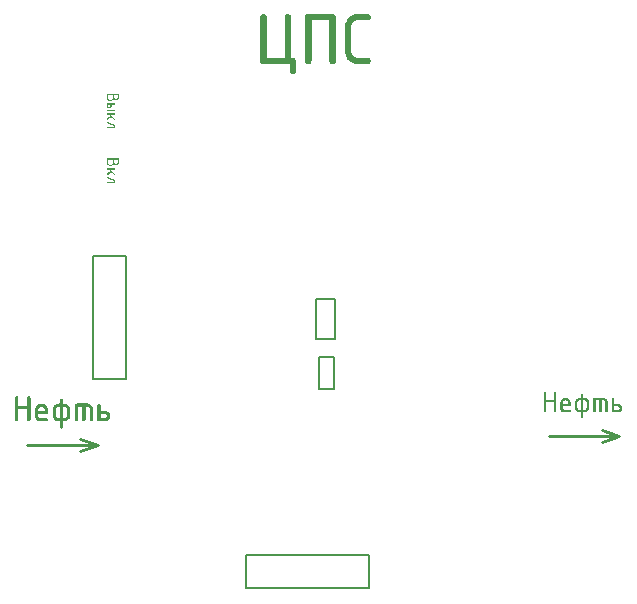
<source format=gto>
G04 Layer_Color=65535*
%FSLAX44Y44*%
%MOMM*%
G71*
G01*
G75*
%ADD21C,0.2540*%
%ADD22C,0.2000*%
G36*
X112003Y468165D02*
X112101Y468126D01*
X112179Y468048D01*
X112276Y467970D01*
X112335Y467834D01*
X112354Y467658D01*
Y467639D01*
Y467580D01*
X112335Y467483D01*
X112296Y467385D01*
X112218Y467307D01*
X112140Y467210D01*
X112003Y467151D01*
X111827Y467131D01*
X108902D01*
X112198Y463835D01*
X112218Y463815D01*
X112276Y463737D01*
X112335Y463620D01*
X112354Y463464D01*
Y463445D01*
Y463386D01*
X112335Y463288D01*
X112296Y463191D01*
X112218Y463113D01*
X112140Y463015D01*
X112003Y462957D01*
X111827Y462937D01*
X111789D01*
X111711Y462957D01*
X111574Y462996D01*
X111457Y463093D01*
X109136Y465395D01*
X105819Y463035D01*
X105800Y463015D01*
X105722Y462976D01*
X105624Y462957D01*
X105507Y462937D01*
X105429D01*
X105351Y462957D01*
X105254Y462996D01*
X105156Y463074D01*
X105078Y463152D01*
X105020Y463288D01*
X105000Y463464D01*
Y463484D01*
Y463503D01*
X105020Y463620D01*
X105098Y463757D01*
X105137Y463835D01*
X105215Y463893D01*
X108375Y466156D01*
X107399Y467131D01*
X105429D01*
X105351Y467151D01*
X105254Y467190D01*
X105156Y467268D01*
X105078Y467346D01*
X105020Y467483D01*
X105000Y467658D01*
Y467678D01*
Y467736D01*
X105020Y467834D01*
X105058Y467912D01*
X105117Y468009D01*
X105215Y468107D01*
X105332Y468165D01*
X105507Y468185D01*
X111906D01*
X112003Y468165D01*
D02*
G37*
G36*
X105683Y460811D02*
X111925Y458743D01*
X111945D01*
X111984Y458704D01*
X112062Y458665D01*
X112140Y458626D01*
X112218Y458548D01*
X112296Y458451D01*
X112335Y458353D01*
X112354Y458217D01*
Y456110D01*
Y456090D01*
Y456032D01*
X112335Y455934D01*
X112296Y455837D01*
X112218Y455759D01*
X112140Y455661D01*
X112003Y455603D01*
X111827Y455583D01*
X105429D01*
X105351Y455603D01*
X105254Y455642D01*
X105156Y455720D01*
X105078Y455798D01*
X105020Y455934D01*
X105000Y456110D01*
Y456129D01*
Y456188D01*
X105020Y456285D01*
X105058Y456363D01*
X105117Y456461D01*
X105215Y456558D01*
X105332Y456617D01*
X105507Y456637D01*
X111301D01*
Y457846D01*
X105351Y459816D01*
X105332D01*
X105293Y459836D01*
X105176Y459914D01*
X105117Y459992D01*
X105058Y460070D01*
X105020Y460167D01*
X105000Y460304D01*
Y460323D01*
Y460382D01*
X105020Y460480D01*
X105058Y460558D01*
X105137Y460655D01*
X105215Y460753D01*
X105351Y460811D01*
X105527Y460831D01*
X105585D01*
X105683Y460811D01*
D02*
G37*
G36*
X484791Y232521D02*
X484952Y232488D01*
X485177Y232424D01*
X485403Y232263D01*
X485564Y232070D01*
X485693Y231812D01*
X485757Y231426D01*
Y216095D01*
Y216063D01*
X485725Y215934D01*
X485693Y215741D01*
X485628Y215548D01*
X485467Y215354D01*
X485274Y215161D01*
X484984Y215032D01*
X484598Y215000D01*
X484566D01*
X484437Y215032D01*
X484244Y215064D01*
X484050Y215129D01*
X483857Y215258D01*
X483664Y215451D01*
X483535Y215741D01*
X483503Y216095D01*
Y223503D01*
X477254D01*
Y216095D01*
Y216063D01*
X477222Y215934D01*
X477190Y215741D01*
X477126Y215548D01*
X476965Y215354D01*
X476771Y215161D01*
X476482Y215032D01*
X476095Y215000D01*
X476063D01*
X475934Y215032D01*
X475741Y215064D01*
X475547Y215129D01*
X475354Y215258D01*
X475161Y215451D01*
X475032Y215741D01*
X475000Y216095D01*
Y231426D01*
Y231490D01*
X475032Y231619D01*
X475064Y231780D01*
X475129Y232005D01*
X475258Y232199D01*
X475451Y232392D01*
X475741Y232521D01*
X476095Y232553D01*
X476160D01*
X476288Y232521D01*
X476449Y232488D01*
X476675Y232424D01*
X476900Y232263D01*
X477061Y232070D01*
X477190Y231812D01*
X477254Y231426D01*
Y225725D01*
X483503D01*
Y231426D01*
Y231490D01*
X483535Y231619D01*
X483567Y231780D01*
X483632Y232005D01*
X483760Y232199D01*
X483954Y232392D01*
X484244Y232521D01*
X484598Y232553D01*
X484662D01*
X484791Y232521D01*
D02*
G37*
G36*
X115163Y484981D02*
X115261Y484941D01*
X115339Y484883D01*
X115436Y484785D01*
X115495Y484668D01*
X115514Y484493D01*
Y481859D01*
Y481840D01*
Y481801D01*
Y481742D01*
X115495Y481664D01*
X115475Y481469D01*
X115417Y481216D01*
X115339Y480904D01*
X115202Y480591D01*
X115007Y480279D01*
X114754Y479987D01*
X114715Y479948D01*
X114617Y479870D01*
X114461Y479753D01*
X114227Y479596D01*
X113954Y479460D01*
X113642Y479343D01*
X113291Y479265D01*
X112881Y479226D01*
X112764D01*
X112666Y479245D01*
X112432Y479284D01*
X112159Y479343D01*
X111827Y479460D01*
X111476Y479636D01*
X111320Y479753D01*
X111145Y479870D01*
X110989Y480026D01*
X110833Y480201D01*
X110813Y480182D01*
X110794Y480143D01*
X110735Y480065D01*
X110657Y479967D01*
X110579Y479850D01*
X110462Y479733D01*
X110325Y479596D01*
X110169Y479440D01*
X109974Y479304D01*
X109779Y479167D01*
X109565Y479050D01*
X109311Y478933D01*
X109058Y478836D01*
X108765Y478758D01*
X108472Y478719D01*
X108141Y478699D01*
X108024D01*
X107926Y478719D01*
X107809D01*
X107673Y478738D01*
X107380Y478816D01*
X107029Y478933D01*
X106658Y479089D01*
X106268Y479323D01*
X106092Y479479D01*
X105917Y479636D01*
Y479655D01*
X105878Y479675D01*
X105839Y479733D01*
X105780Y479792D01*
X105624Y479987D01*
X105468Y480260D01*
X105293Y480572D01*
X105137Y480962D01*
X105039Y481391D01*
X105020Y481625D01*
X105000Y481859D01*
Y484493D01*
Y484512D01*
Y484571D01*
X105020Y484649D01*
X105058Y484746D01*
X105117Y484844D01*
X105215Y484922D01*
X105332Y484981D01*
X105507Y485000D01*
X115066D01*
X115163Y484981D01*
D02*
G37*
G36*
X112003Y476573D02*
X112101Y476534D01*
X112179Y476456D01*
X112276Y476378D01*
X112335Y476241D01*
X112354Y476066D01*
Y476046D01*
Y475988D01*
X112335Y475890D01*
X112296Y475793D01*
X112218Y475715D01*
X112140Y475617D01*
X112003Y475559D01*
X111827Y475539D01*
X109214D01*
Y474486D01*
Y474466D01*
Y474447D01*
Y474330D01*
X109175Y474174D01*
X109136Y473979D01*
X109058Y473744D01*
X108960Y473491D01*
X108804Y473237D01*
X108589Y473003D01*
X108570Y472984D01*
X108472Y472906D01*
X108355Y472808D01*
X108180Y472691D01*
X107965Y472574D01*
X107711Y472476D01*
X107419Y472398D01*
X107107Y472379D01*
X106951D01*
X106795Y472418D01*
X106580Y472457D01*
X106346Y472535D01*
X106092Y472632D01*
X105839Y472789D01*
X105605Y473003D01*
X105585Y473023D01*
X105507Y473120D01*
X105410Y473237D01*
X105312Y473413D01*
X105195Y473627D01*
X105098Y473881D01*
X105020Y474174D01*
X105000Y474486D01*
Y476066D01*
Y476085D01*
Y476144D01*
X105020Y476241D01*
X105058Y476319D01*
X105117Y476417D01*
X105215Y476514D01*
X105332Y476573D01*
X105507Y476592D01*
X111906D01*
X112003Y476573D01*
D02*
G37*
G36*
Y471325D02*
X112101Y471287D01*
X112179Y471208D01*
X112276Y471130D01*
X112335Y470994D01*
X112354Y470818D01*
Y470799D01*
Y470740D01*
X112335Y470643D01*
X112296Y470545D01*
X112218Y470467D01*
X112140Y470370D01*
X112003Y470311D01*
X111827Y470292D01*
X105429D01*
X105351Y470311D01*
X105254Y470350D01*
X105156Y470428D01*
X105078Y470506D01*
X105020Y470643D01*
X105000Y470818D01*
Y470838D01*
Y470896D01*
X105020Y470994D01*
X105058Y471072D01*
X105117Y471169D01*
X105215Y471267D01*
X105332Y471325D01*
X105507Y471345D01*
X111906D01*
X112003Y471325D01*
D02*
G37*
G36*
X533681Y227400D02*
X533843Y227368D01*
X534068Y227303D01*
X534294Y227142D01*
X534454Y226949D01*
X534583Y226691D01*
X534648Y226305D01*
Y222343D01*
X537997D01*
X538287Y222279D01*
X538641Y222214D01*
X539060Y222086D01*
X539479Y221892D01*
X539930Y221602D01*
X540348Y221248D01*
X540381Y221216D01*
X540509Y221055D01*
X540703Y220830D01*
X540896Y220540D01*
X541089Y220153D01*
X541282Y219702D01*
X541411Y219219D01*
X541443Y218672D01*
Y218639D01*
Y218607D01*
Y218414D01*
X541379Y218124D01*
X541315Y217770D01*
X541186Y217351D01*
X540993Y216932D01*
X540703Y216481D01*
X540348Y216063D01*
X540316Y216031D01*
X540155Y215902D01*
X539930Y215741D01*
X539640Y215548D01*
X539253Y215322D01*
X538802Y215161D01*
X538287Y215032D01*
X537740Y215000D01*
X533456D01*
X533327Y215032D01*
X533134Y215064D01*
X532941Y215129D01*
X532747Y215258D01*
X532554Y215451D01*
X532425Y215741D01*
X532393Y216095D01*
Y226305D01*
Y226369D01*
X532425Y226498D01*
X532458Y226659D01*
X532522Y226884D01*
X532651Y227078D01*
X532844Y227271D01*
X533134Y227400D01*
X533488Y227432D01*
X533553D01*
X533681Y227400D01*
D02*
G37*
G36*
X258744Y552489D02*
X259135Y552411D01*
X259681Y552255D01*
X260228Y551864D01*
X260618Y551396D01*
X260931Y550771D01*
X261087Y549834D01*
Y515389D01*
X262571D01*
X262883Y515311D01*
X263274Y515233D01*
X263821Y515077D01*
X264368Y514686D01*
X264758Y514218D01*
X265070Y513593D01*
X265227Y512656D01*
Y504455D01*
Y504376D01*
X265149Y504064D01*
X265070Y503595D01*
X264914Y503127D01*
X264524Y502580D01*
X264055Y502189D01*
X263352Y501877D01*
X262415Y501721D01*
X262337D01*
X262024Y501799D01*
X261556Y501877D01*
X261087Y502033D01*
X260618Y502424D01*
X260150Y502892D01*
X259837Y503517D01*
X259759Y504455D01*
Y510000D01*
X237577D01*
X237265Y510078D01*
X236796Y510156D01*
X236328Y510312D01*
X235859Y510625D01*
X235390Y511093D01*
X235078Y511796D01*
X235000Y512656D01*
Y549834D01*
Y549990D01*
X235078Y550302D01*
X235156Y550693D01*
X235312Y551240D01*
X235625Y551708D01*
X236094Y552177D01*
X236796Y552489D01*
X237656Y552567D01*
X237812D01*
X238124Y552489D01*
X238515Y552411D01*
X239062Y552255D01*
X239608Y551864D01*
X239999Y551396D01*
X240311Y550771D01*
X240467Y549834D01*
Y515389D01*
X255620D01*
Y549834D01*
Y549990D01*
X255698Y550302D01*
X255776Y550693D01*
X255932Y551240D01*
X256245Y551708D01*
X256713Y552177D01*
X257416Y552489D01*
X258275Y552567D01*
X258431D01*
X258744Y552489D01*
D02*
G37*
G36*
X326305D02*
X326695Y552411D01*
X327242Y552255D01*
X327789Y551864D01*
X328179Y551396D01*
X328492Y550771D01*
X328648Y549834D01*
Y549756D01*
X328570Y549443D01*
X328492Y548974D01*
X328335Y548506D01*
X327945Y548037D01*
X327476Y547569D01*
X326773Y547256D01*
X325836Y547178D01*
X317479D01*
X317088Y547100D01*
X316542Y547022D01*
X315839Y546866D01*
X315136Y546475D01*
X314277Y546006D01*
X313574Y545303D01*
X312871Y544366D01*
Y544288D01*
X312793Y544132D01*
X312636Y543898D01*
X312558Y543585D01*
X312246Y542648D01*
X312168Y541554D01*
Y520935D01*
Y520857D01*
Y520544D01*
X312246Y520076D01*
X312402Y519529D01*
X312558Y518904D01*
X312793Y518279D01*
X313183Y517576D01*
X313730Y516951D01*
X313808Y516873D01*
X314042Y516717D01*
X314355Y516483D01*
X314823Y516170D01*
X315370Y515858D01*
X316073Y515624D01*
X316854Y515467D01*
X317635Y515389D01*
X325992D01*
X326305Y515311D01*
X326695Y515233D01*
X327242Y515077D01*
X327789Y514686D01*
X328179Y514218D01*
X328492Y513593D01*
X328648Y512656D01*
Y512578D01*
X328570Y512265D01*
X328492Y511796D01*
X328335Y511328D01*
X327945Y510859D01*
X327476Y510391D01*
X326773Y510078D01*
X325836Y510000D01*
X317167D01*
X316854Y510078D01*
X315995Y510156D01*
X314901Y510391D01*
X313730Y510781D01*
X312402Y511328D01*
X311074Y512109D01*
X309825Y513124D01*
X309668Y513280D01*
X309356Y513671D01*
X308809Y514374D01*
X308263Y515311D01*
X307716Y516405D01*
X307169Y517811D01*
X306857Y519295D01*
X306700Y520935D01*
Y541554D01*
Y541632D01*
Y541789D01*
Y542023D01*
X306779Y542336D01*
X306857Y543195D01*
X307091Y544288D01*
X307481Y545460D01*
X308028Y546787D01*
X308809Y548115D01*
X309825Y549365D01*
X309981Y549521D01*
X310371Y549834D01*
X311074Y550380D01*
X312012Y551005D01*
X313105Y551552D01*
X314511Y552099D01*
X315995Y552411D01*
X317635Y552567D01*
X325992D01*
X326305Y552489D01*
D02*
G37*
G36*
X296703D02*
X297094Y552411D01*
X297640Y552255D01*
X298187Y551864D01*
X298577Y551396D01*
X298890Y550771D01*
X299046Y549834D01*
Y512656D01*
Y512578D01*
X298968Y512265D01*
X298890Y511796D01*
X298734Y511328D01*
X298343Y510859D01*
X297875Y510391D01*
X297172Y510078D01*
X296234Y510000D01*
X296156D01*
X295844Y510078D01*
X295375Y510156D01*
X294907Y510312D01*
X294438Y510625D01*
X293969Y511093D01*
X293657Y511796D01*
X293579Y512656D01*
Y547178D01*
X278426D01*
Y512656D01*
Y512578D01*
X278348Y512265D01*
X278270Y511796D01*
X278114Y511328D01*
X277723Y510859D01*
X277255Y510391D01*
X276552Y510078D01*
X275615Y510000D01*
X275536D01*
X275224Y510078D01*
X274755Y510156D01*
X274287Y510312D01*
X273818Y510625D01*
X273350Y511093D01*
X273037Y511796D01*
X272959Y512656D01*
Y549834D01*
Y549990D01*
X273037Y550302D01*
X273115Y550693D01*
X273272Y551240D01*
X273584Y551708D01*
X274053Y552177D01*
X274755Y552489D01*
X275615Y552567D01*
X296390D01*
X296703Y552489D01*
D02*
G37*
G36*
X526081Y227368D02*
X526435Y227303D01*
X526854Y227174D01*
X527272Y226981D01*
X527723Y226691D01*
X528142Y226337D01*
X528174Y226305D01*
X528303Y226144D01*
X528496Y225918D01*
X528689Y225628D01*
X528883Y225242D01*
X529076Y224791D01*
X529205Y224308D01*
X529237Y223760D01*
Y216095D01*
Y216063D01*
X529205Y215934D01*
X529173Y215741D01*
X529108Y215548D01*
X528947Y215354D01*
X528754Y215161D01*
X528464Y215032D01*
X528078Y215000D01*
X528045D01*
X527916Y215032D01*
X527723Y215064D01*
X527530Y215129D01*
X527337Y215258D01*
X527144Y215451D01*
X527015Y215741D01*
X526982Y216095D01*
Y223760D01*
Y223793D01*
Y223857D01*
X526950Y223986D01*
X526918Y224115D01*
X526789Y224469D01*
X526693Y224630D01*
X526531Y224791D01*
X526499Y224823D01*
X526467Y224855D01*
X526371Y224920D01*
X526242Y225016D01*
X525920Y225145D01*
X525759Y225177D01*
X525533Y225210D01*
X524116D01*
Y216095D01*
Y216063D01*
X524084Y215934D01*
X524052Y215741D01*
X523987Y215548D01*
X523826Y215354D01*
X523633Y215161D01*
X523343Y215032D01*
X522957Y215000D01*
X522924D01*
X522795Y215032D01*
X522602Y215064D01*
X522409Y215129D01*
X522216Y215258D01*
X522023Y215451D01*
X521894Y215741D01*
X521861Y216095D01*
Y225210D01*
X518995D01*
Y216095D01*
Y216063D01*
X518963Y215934D01*
X518931Y215741D01*
X518866Y215548D01*
X518705Y215354D01*
X518512Y215161D01*
X518222Y215032D01*
X517836Y215000D01*
X517803D01*
X517675Y215032D01*
X517481Y215064D01*
X517288Y215129D01*
X517095Y215258D01*
X516902Y215451D01*
X516773Y215741D01*
X516740Y216095D01*
Y226305D01*
Y226369D01*
X516773Y226498D01*
X516805Y226659D01*
X516869Y226884D01*
X516998Y227078D01*
X517191Y227271D01*
X517481Y227400D01*
X517836Y227432D01*
X525791D01*
X526081Y227368D01*
D02*
G37*
G36*
X493745Y227400D02*
X494099Y227368D01*
X494550Y227271D01*
X495033Y227110D01*
X495580Y226884D01*
X496128Y226562D01*
X496643Y226112D01*
X496708Y226047D01*
X496837Y225886D01*
X497062Y225596D01*
X497320Y225210D01*
X497545Y224759D01*
X497771Y224211D01*
X497899Y223599D01*
X497964Y222923D01*
Y220121D01*
X491168D01*
Y218672D01*
Y218639D01*
Y218575D01*
X491200Y218446D01*
X491232Y218317D01*
X491361Y217995D01*
X491458Y217802D01*
X491587Y217641D01*
X491619Y217609D01*
X491651Y217577D01*
X491748Y217512D01*
X491877Y217448D01*
X492166Y217287D01*
X492360Y217255D01*
X492553Y217222D01*
X496869D01*
X496997Y217190D01*
X497159Y217158D01*
X497384Y217094D01*
X497609Y216932D01*
X497771Y216739D01*
X497899Y216481D01*
X497964Y216095D01*
Y216063D01*
X497932Y215934D01*
X497899Y215741D01*
X497835Y215548D01*
X497674Y215354D01*
X497481Y215161D01*
X497191Y215032D01*
X496804Y215000D01*
X492489D01*
X492295Y215032D01*
X492005Y215064D01*
X491651Y215129D01*
X491232Y215258D01*
X490814Y215451D01*
X490363Y215676D01*
X489944Y216031D01*
X489912Y216095D01*
X489783Y216224D01*
X489622Y216449D01*
X489429Y216771D01*
X489236Y217126D01*
X489075Y217577D01*
X488946Y218092D01*
X488913Y218639D01*
Y222891D01*
Y222923D01*
Y222987D01*
Y223084D01*
X488946Y223213D01*
X488978Y223567D01*
X489075Y224018D01*
X489236Y224501D01*
X489461Y225049D01*
X489783Y225596D01*
X490202Y226112D01*
X490266Y226176D01*
X490427Y226305D01*
X490717Y226530D01*
X491104Y226788D01*
X491554Y227013D01*
X492134Y227239D01*
X492746Y227368D01*
X493423Y227432D01*
X493616D01*
X493745Y227400D01*
D02*
G37*
G36*
X507497Y230814D02*
X507658Y230781D01*
X507884Y230717D01*
X508109Y230556D01*
X508270Y230363D01*
X508399Y230105D01*
X508463Y229719D01*
Y227432D01*
X508721D01*
X508979Y227400D01*
X509333D01*
X509687Y227335D01*
X510074Y227271D01*
X510460Y227206D01*
X510782Y227078D01*
X510847Y227045D01*
X511008Y226981D01*
X511233Y226852D01*
X511523Y226691D01*
X511845Y226434D01*
X512167Y226144D01*
X512521Y225822D01*
X512811Y225403D01*
X512844Y225338D01*
X512940Y225210D01*
X513069Y224984D01*
X513198Y224662D01*
X513327Y224308D01*
X513455Y223889D01*
X513552Y223406D01*
X513584Y222923D01*
Y219509D01*
Y219477D01*
Y219412D01*
Y219316D01*
X513552Y219187D01*
X513520Y218865D01*
X513423Y218414D01*
X513262Y217899D01*
X513004Y217383D01*
X512682Y216836D01*
X512231Y216320D01*
X512167Y216256D01*
X512006Y216127D01*
X511716Y215902D01*
X511330Y215676D01*
X510879Y215419D01*
X510331Y215193D01*
X509687Y215064D01*
X509011Y215000D01*
X508463D01*
Y211006D01*
Y210974D01*
X508431Y210845D01*
X508399Y210652D01*
X508335Y210459D01*
X508173Y210233D01*
X507980Y210072D01*
X507690Y209944D01*
X507304Y209879D01*
X507272D01*
X507143Y209911D01*
X506950Y209944D01*
X506756Y210008D01*
X506563Y210169D01*
X506370Y210362D01*
X506241Y210620D01*
X506209Y211006D01*
Y215000D01*
X505404D01*
X505275Y215032D01*
X504953Y215064D01*
X504502Y215161D01*
X503987Y215322D01*
X503471Y215548D01*
X502924Y215870D01*
X502408Y216288D01*
X502344Y216353D01*
X502215Y216514D01*
X501990Y216804D01*
X501764Y217190D01*
X501507Y217641D01*
X501281Y218221D01*
X501152Y218833D01*
X501088Y219509D01*
Y222891D01*
Y222923D01*
Y222987D01*
Y223084D01*
X501120Y223213D01*
X501152Y223567D01*
X501249Y224018D01*
X501410Y224501D01*
X501635Y225049D01*
X501957Y225596D01*
X502408Y226112D01*
X502473Y226176D01*
X502634Y226305D01*
X502924Y226530D01*
X503310Y226788D01*
X503761Y227013D01*
X504309Y227239D01*
X504921Y227368D01*
X505597Y227432D01*
X506209D01*
Y229719D01*
Y229783D01*
X506241Y229912D01*
X506273Y230073D01*
X506338Y230298D01*
X506466Y230492D01*
X506660Y230685D01*
X506950Y230814D01*
X507304Y230846D01*
X507368D01*
X507497Y230814D01*
D02*
G37*
G36*
X105683Y414219D02*
X111925Y412151D01*
X111945D01*
X111984Y412112D01*
X112062Y412073D01*
X112140Y412034D01*
X112218Y411956D01*
X112296Y411858D01*
X112335Y411761D01*
X112354Y411624D01*
Y409517D01*
Y409498D01*
Y409439D01*
X112335Y409342D01*
X112296Y409244D01*
X112218Y409166D01*
X112140Y409069D01*
X112003Y409010D01*
X111827Y408991D01*
X105429D01*
X105351Y409010D01*
X105254Y409049D01*
X105156Y409127D01*
X105078Y409205D01*
X105020Y409342D01*
X105000Y409517D01*
Y409537D01*
Y409595D01*
X105020Y409693D01*
X105058Y409771D01*
X105117Y409869D01*
X105215Y409966D01*
X105332Y410025D01*
X105507Y410044D01*
X111301D01*
Y411254D01*
X105351Y413224D01*
X105332D01*
X105293Y413243D01*
X105176Y413321D01*
X105117Y413399D01*
X105058Y413477D01*
X105020Y413575D01*
X105000Y413712D01*
Y413731D01*
Y413789D01*
X105020Y413887D01*
X105058Y413965D01*
X105137Y414063D01*
X105215Y414160D01*
X105351Y414219D01*
X105527Y414238D01*
X105585D01*
X105683Y414219D01*
D02*
G37*
G36*
X98631Y222530D02*
X98826Y222491D01*
X99099Y222413D01*
X99372Y222218D01*
X99567Y221984D01*
X99724Y221672D01*
X99802Y221203D01*
Y216401D01*
X103862D01*
X104213Y216323D01*
X104643Y216245D01*
X105150Y216089D01*
X105658Y215854D01*
X106204Y215503D01*
X106712Y215074D01*
X106751Y215035D01*
X106907Y214839D01*
X107141Y214566D01*
X107375Y214215D01*
X107610Y213746D01*
X107844Y213200D01*
X108000Y212614D01*
X108039Y211951D01*
Y211912D01*
Y211873D01*
Y211638D01*
X107961Y211287D01*
X107883Y210857D01*
X107727Y210350D01*
X107493Y209842D01*
X107141Y209296D01*
X106712Y208788D01*
X106673Y208749D01*
X106477Y208593D01*
X106204Y208398D01*
X105853Y208164D01*
X105384Y207890D01*
X104838Y207695D01*
X104213Y207539D01*
X103549Y207500D01*
X98357D01*
X98201Y207539D01*
X97967Y207578D01*
X97733Y207656D01*
X97498Y207812D01*
X97264Y208047D01*
X97108Y208398D01*
X97069Y208827D01*
Y221203D01*
Y221281D01*
X97108Y221437D01*
X97147Y221632D01*
X97225Y221906D01*
X97381Y222140D01*
X97615Y222374D01*
X97967Y222530D01*
X98396Y222569D01*
X98474D01*
X98631Y222530D01*
D02*
G37*
G36*
X115163Y429981D02*
X115261Y429941D01*
X115339Y429883D01*
X115436Y429785D01*
X115495Y429668D01*
X115514Y429493D01*
Y426859D01*
Y426840D01*
Y426801D01*
Y426742D01*
X115495Y426664D01*
X115475Y426469D01*
X115417Y426216D01*
X115339Y425904D01*
X115202Y425591D01*
X115007Y425279D01*
X114754Y424987D01*
X114715Y424948D01*
X114617Y424870D01*
X114461Y424753D01*
X114227Y424596D01*
X113954Y424460D01*
X113642Y424343D01*
X113291Y424265D01*
X112881Y424226D01*
X112764D01*
X112666Y424245D01*
X112432Y424284D01*
X112159Y424343D01*
X111827Y424460D01*
X111476Y424636D01*
X111320Y424753D01*
X111145Y424870D01*
X110989Y425026D01*
X110833Y425201D01*
X110813Y425182D01*
X110794Y425143D01*
X110735Y425065D01*
X110657Y424967D01*
X110579Y424850D01*
X110462Y424733D01*
X110325Y424596D01*
X110169Y424440D01*
X109974Y424304D01*
X109779Y424167D01*
X109565Y424050D01*
X109311Y423933D01*
X109058Y423836D01*
X108765Y423758D01*
X108472Y423719D01*
X108141Y423699D01*
X108024D01*
X107926Y423719D01*
X107809D01*
X107673Y423738D01*
X107380Y423816D01*
X107029Y423933D01*
X106658Y424089D01*
X106268Y424323D01*
X106092Y424479D01*
X105917Y424636D01*
Y424655D01*
X105878Y424674D01*
X105839Y424733D01*
X105780Y424792D01*
X105624Y424987D01*
X105468Y425260D01*
X105293Y425572D01*
X105137Y425962D01*
X105039Y426391D01*
X105020Y426625D01*
X105000Y426859D01*
Y429493D01*
Y429512D01*
Y429571D01*
X105020Y429649D01*
X105058Y429746D01*
X105117Y429844D01*
X105215Y429922D01*
X105332Y429981D01*
X105507Y430000D01*
X115066D01*
X115163Y429981D01*
D02*
G37*
G36*
X66891Y226669D02*
X67086Y226630D01*
X67360Y226551D01*
X67633Y226356D01*
X67828Y226122D01*
X67984Y225810D01*
X68062Y225341D01*
Y222569D01*
X68375D01*
X68687Y222530D01*
X69116D01*
X69546Y222452D01*
X70014Y222374D01*
X70483Y222296D01*
X70873Y222140D01*
X70951Y222101D01*
X71146Y222023D01*
X71420Y221867D01*
X71771Y221672D01*
X72161Y221359D01*
X72552Y221008D01*
X72981Y220617D01*
X73333Y220110D01*
X73372Y220032D01*
X73489Y219876D01*
X73645Y219602D01*
X73801Y219212D01*
X73957Y218783D01*
X74113Y218275D01*
X74231Y217689D01*
X74270Y217104D01*
Y212966D01*
Y212927D01*
Y212848D01*
Y212731D01*
X74231Y212575D01*
X74192Y212185D01*
X74075Y211638D01*
X73879Y211014D01*
X73567Y210389D01*
X73177Y209725D01*
X72630Y209101D01*
X72552Y209023D01*
X72357Y208866D01*
X72005Y208593D01*
X71537Y208320D01*
X70990Y208008D01*
X70327Y207734D01*
X69546Y207578D01*
X68726Y207500D01*
X68062D01*
Y202659D01*
Y202620D01*
X68023Y202464D01*
X67984Y202230D01*
X67906Y201995D01*
X67711Y201722D01*
X67477Y201527D01*
X67125Y201371D01*
X66657Y201293D01*
X66618D01*
X66462Y201332D01*
X66227Y201371D01*
X65993Y201449D01*
X65759Y201644D01*
X65525Y201878D01*
X65369Y202191D01*
X65330Y202659D01*
Y207500D01*
X64354D01*
X64197Y207539D01*
X63807Y207578D01*
X63260Y207695D01*
X62636Y207890D01*
X62011Y208164D01*
X61347Y208554D01*
X60723Y209062D01*
X60645Y209140D01*
X60489Y209335D01*
X60215Y209686D01*
X59942Y210155D01*
X59630Y210701D01*
X59356Y211404D01*
X59200Y212146D01*
X59122Y212966D01*
Y217065D01*
Y217104D01*
Y217182D01*
Y217299D01*
X59161Y217455D01*
X59200Y217885D01*
X59317Y218431D01*
X59513Y219017D01*
X59786Y219680D01*
X60176Y220344D01*
X60723Y220969D01*
X60801Y221047D01*
X60996Y221203D01*
X61347Y221476D01*
X61816Y221789D01*
X62362Y222062D01*
X63026Y222335D01*
X63768Y222491D01*
X64588Y222569D01*
X65330D01*
Y225341D01*
Y225419D01*
X65369Y225575D01*
X65408Y225771D01*
X65486Y226044D01*
X65642Y226278D01*
X65876Y226512D01*
X66227Y226669D01*
X66657Y226708D01*
X66735D01*
X66891Y226669D01*
D02*
G37*
G36*
X50221Y222530D02*
X50651Y222491D01*
X51197Y222374D01*
X51783Y222179D01*
X52446Y221906D01*
X53110Y221515D01*
X53735Y220969D01*
X53813Y220891D01*
X53969Y220695D01*
X54242Y220344D01*
X54555Y219876D01*
X54828Y219329D01*
X55101Y218665D01*
X55257Y217924D01*
X55335Y217104D01*
Y213707D01*
X47098D01*
Y211951D01*
Y211912D01*
Y211833D01*
X47137Y211677D01*
X47176Y211521D01*
X47332Y211131D01*
X47449Y210896D01*
X47606Y210701D01*
X47645Y210662D01*
X47684Y210623D01*
X47801Y210545D01*
X47957Y210467D01*
X48308Y210272D01*
X48542Y210233D01*
X48777Y210194D01*
X54008D01*
X54164Y210155D01*
X54359Y210116D01*
X54633Y210038D01*
X54906Y209842D01*
X55101Y209608D01*
X55257Y209296D01*
X55335Y208827D01*
Y208788D01*
X55296Y208632D01*
X55257Y208398D01*
X55179Y208164D01*
X54984Y207929D01*
X54750Y207695D01*
X54398Y207539D01*
X53930Y207500D01*
X48699D01*
X48464Y207539D01*
X48113Y207578D01*
X47684Y207656D01*
X47176Y207812D01*
X46669Y208047D01*
X46122Y208320D01*
X45615Y208749D01*
X45575Y208827D01*
X45419Y208983D01*
X45224Y209257D01*
X44990Y209647D01*
X44756Y210077D01*
X44560Y210623D01*
X44404Y211248D01*
X44365Y211912D01*
Y217065D01*
Y217104D01*
Y217182D01*
Y217299D01*
X44404Y217455D01*
X44443Y217885D01*
X44560Y218431D01*
X44756Y219017D01*
X45029Y219680D01*
X45419Y220344D01*
X45927Y220969D01*
X46005Y221047D01*
X46200Y221203D01*
X46551Y221476D01*
X47020Y221789D01*
X47566Y222062D01*
X48269Y222335D01*
X49011Y222491D01*
X49831Y222569D01*
X50065D01*
X50221Y222530D01*
D02*
G37*
G36*
X39368Y228738D02*
X39563Y228699D01*
X39837Y228620D01*
X40110Y228425D01*
X40305Y228191D01*
X40461Y227879D01*
X40539Y227410D01*
Y208827D01*
Y208788D01*
X40500Y208632D01*
X40461Y208398D01*
X40383Y208164D01*
X40188Y207929D01*
X39954Y207695D01*
X39602Y207539D01*
X39134Y207500D01*
X39095D01*
X38939Y207539D01*
X38704Y207578D01*
X38470Y207656D01*
X38236Y207812D01*
X38002Y208047D01*
X37845Y208398D01*
X37806Y208827D01*
Y217806D01*
X30233D01*
Y208827D01*
Y208788D01*
X30194Y208632D01*
X30155Y208398D01*
X30077Y208164D01*
X29881Y207929D01*
X29647Y207695D01*
X29296Y207539D01*
X28827Y207500D01*
X28788D01*
X28632Y207539D01*
X28398Y207578D01*
X28164Y207656D01*
X27929Y207812D01*
X27695Y208047D01*
X27539Y208398D01*
X27500Y208827D01*
Y227410D01*
Y227488D01*
X27539Y227645D01*
X27578Y227840D01*
X27656Y228113D01*
X27812Y228347D01*
X28047Y228582D01*
X28398Y228738D01*
X28827Y228777D01*
X28905D01*
X29062Y228738D01*
X29257Y228699D01*
X29530Y228620D01*
X29803Y228425D01*
X29999Y228191D01*
X30155Y227879D01*
X30233Y227410D01*
Y220500D01*
X37806D01*
Y227410D01*
Y227488D01*
X37845Y227645D01*
X37885Y227840D01*
X37963Y228113D01*
X38119Y228347D01*
X38353Y228582D01*
X38704Y228738D01*
X39134Y228777D01*
X39212D01*
X39368Y228738D01*
D02*
G37*
G36*
X112003Y421573D02*
X112101Y421534D01*
X112179Y421456D01*
X112276Y421378D01*
X112335Y421241D01*
X112354Y421066D01*
Y421046D01*
Y420988D01*
X112335Y420890D01*
X112296Y420793D01*
X112218Y420715D01*
X112140Y420617D01*
X112003Y420559D01*
X111827Y420539D01*
X108902D01*
X112198Y417242D01*
X112218Y417223D01*
X112276Y417145D01*
X112335Y417028D01*
X112354Y416872D01*
Y416852D01*
Y416794D01*
X112335Y416696D01*
X112296Y416599D01*
X112218Y416521D01*
X112140Y416423D01*
X112003Y416365D01*
X111827Y416345D01*
X111789D01*
X111711Y416365D01*
X111574Y416404D01*
X111457Y416501D01*
X109136Y418803D01*
X105819Y416442D01*
X105800Y416423D01*
X105722Y416384D01*
X105624Y416365D01*
X105507Y416345D01*
X105429D01*
X105351Y416365D01*
X105254Y416404D01*
X105156Y416482D01*
X105078Y416559D01*
X105020Y416696D01*
X105000Y416872D01*
Y416891D01*
Y416911D01*
X105020Y417028D01*
X105098Y417164D01*
X105137Y417242D01*
X105215Y417301D01*
X108375Y419564D01*
X107399Y420539D01*
X105429D01*
X105351Y420559D01*
X105254Y420597D01*
X105156Y420676D01*
X105078Y420754D01*
X105020Y420890D01*
X105000Y421066D01*
Y421085D01*
Y421144D01*
X105020Y421241D01*
X105058Y421319D01*
X105117Y421417D01*
X105215Y421514D01*
X105332Y421573D01*
X105507Y421592D01*
X111906D01*
X112003Y421573D01*
D02*
G37*
G36*
X89417Y222491D02*
X89847Y222413D01*
X90354Y222257D01*
X90862Y222023D01*
X91408Y221672D01*
X91916Y221242D01*
X91955Y221203D01*
X92111Y221008D01*
X92345Y220735D01*
X92579Y220383D01*
X92814Y219915D01*
X93048Y219368D01*
X93204Y218783D01*
X93243Y218119D01*
Y208827D01*
Y208788D01*
X93204Y208632D01*
X93165Y208398D01*
X93087Y208164D01*
X92892Y207929D01*
X92657Y207695D01*
X92306Y207539D01*
X91838Y207500D01*
X91798D01*
X91642Y207539D01*
X91408Y207578D01*
X91174Y207656D01*
X90940Y207812D01*
X90705Y208047D01*
X90549Y208398D01*
X90510Y208827D01*
Y218119D01*
Y218158D01*
Y218236D01*
X90471Y218392D01*
X90432Y218548D01*
X90276Y218978D01*
X90159Y219173D01*
X89964Y219368D01*
X89925Y219407D01*
X89886Y219446D01*
X89768Y219524D01*
X89612Y219641D01*
X89222Y219798D01*
X89027Y219837D01*
X88753Y219876D01*
X87036D01*
Y208827D01*
Y208788D01*
X86997Y208632D01*
X86958Y208398D01*
X86880Y208164D01*
X86684Y207929D01*
X86450Y207695D01*
X86099Y207539D01*
X85630Y207500D01*
X85591D01*
X85435Y207539D01*
X85201Y207578D01*
X84967Y207656D01*
X84732Y207812D01*
X84498Y208047D01*
X84342Y208398D01*
X84303Y208827D01*
Y219876D01*
X80828D01*
Y208827D01*
Y208788D01*
X80789Y208632D01*
X80750Y208398D01*
X80672Y208164D01*
X80477Y207929D01*
X80243Y207695D01*
X79891Y207539D01*
X79423Y207500D01*
X79384D01*
X79228Y207539D01*
X78994Y207578D01*
X78759Y207656D01*
X78525Y207812D01*
X78291Y208047D01*
X78135Y208398D01*
X78096Y208827D01*
Y221203D01*
Y221281D01*
X78135Y221437D01*
X78174Y221632D01*
X78252Y221906D01*
X78408Y222140D01*
X78642Y222374D01*
X78994Y222530D01*
X79423Y222569D01*
X89066D01*
X89417Y222491D01*
D02*
G37*
%LPC*%
G36*
X114461Y483947D02*
X111301D01*
Y481859D01*
Y481840D01*
Y481742D01*
X111320Y481625D01*
X111359Y481469D01*
X111418Y481313D01*
X111496Y481118D01*
X111594Y480923D01*
X111749Y480747D01*
X111769Y480728D01*
X111827Y480669D01*
X111925Y480591D01*
X112062Y480513D01*
X112237Y480435D01*
X112432Y480357D01*
X112647Y480299D01*
X112881Y480279D01*
X112998D01*
X113115Y480299D01*
X113271Y480338D01*
X113427Y480396D01*
X113622Y480474D01*
X113817Y480591D01*
X113993Y480747D01*
X114012Y480767D01*
X114071Y480826D01*
X114149Y480923D01*
X114227Y481060D01*
X114305Y481216D01*
X114383Y481411D01*
X114441Y481625D01*
X114461Y481859D01*
Y483947D01*
D02*
G37*
G36*
X110247D02*
X106053D01*
Y481859D01*
Y481840D01*
Y481820D01*
X106073Y481703D01*
X106092Y481547D01*
X106131Y481352D01*
X106209Y481118D01*
X106307Y480864D01*
X106463Y480611D01*
X106658Y480377D01*
X106678Y480357D01*
X106775Y480279D01*
X106892Y480182D01*
X107068Y480065D01*
X107282Y479948D01*
X107536Y479850D01*
X107829Y479772D01*
X108141Y479753D01*
X108297D01*
X108453Y479792D01*
X108648Y479831D01*
X108882Y479909D01*
X109136Y480006D01*
X109389Y480162D01*
X109623Y480377D01*
X109643Y480396D01*
X109721Y480494D01*
X109818Y480611D01*
X109935Y480787D01*
X110052Y481001D01*
X110150Y481255D01*
X110228Y481547D01*
X110247Y481859D01*
Y483947D01*
D02*
G37*
G36*
X108160Y475539D02*
X106053D01*
Y474486D01*
Y474466D01*
Y474408D01*
X106073Y474330D01*
X106092Y474232D01*
X106131Y474115D01*
X106171Y473998D01*
X106249Y473861D01*
X106346Y473744D01*
X106365Y473725D01*
X106404Y473686D01*
X106463Y473647D01*
X106561Y473588D01*
X106678Y473530D01*
X106795Y473471D01*
X106951Y473452D01*
X107107Y473432D01*
X107185D01*
X107263Y473452D01*
X107360Y473471D01*
X107477Y473510D01*
X107594Y473569D01*
X107731Y473647D01*
X107848Y473744D01*
X107868Y473764D01*
X107907Y473803D01*
X107946Y473861D01*
X108004Y473959D01*
X108063Y474057D01*
X108121Y474193D01*
X108141Y474330D01*
X108160Y474486D01*
Y475539D01*
D02*
G37*
G36*
X537740Y220121D02*
X534648D01*
Y217222D01*
X537836D01*
X537933Y217255D01*
X538094Y217287D01*
X538416Y217416D01*
X538577Y217512D01*
X538738Y217641D01*
X538770Y217673D01*
X538802Y217705D01*
X538867Y217802D01*
X538964Y217931D01*
X539125Y218253D01*
X539157Y218446D01*
X539189Y218672D01*
Y218704D01*
Y218768D01*
X539157Y218897D01*
X539125Y219026D01*
X539028Y219380D01*
X538899Y219541D01*
X538770Y219702D01*
X538738Y219734D01*
X538706Y219767D01*
X538609Y219831D01*
X538480Y219928D01*
X538158Y220056D01*
X537965Y220089D01*
X537740Y220121D01*
D02*
G37*
G36*
X493423Y225210D02*
X493261D01*
X493101Y225177D01*
X492875Y225113D01*
X492617Y225049D01*
X492360Y224920D01*
X492070Y224759D01*
X491812Y224533D01*
X491780Y224501D01*
X491716Y224405D01*
X491619Y224276D01*
X491490Y224082D01*
X491361Y223857D01*
X491265Y223567D01*
X491200Y223277D01*
X491168Y222923D01*
Y222343D01*
X495709D01*
Y222923D01*
Y222955D01*
Y223084D01*
X495677Y223245D01*
X495613Y223470D01*
X495548Y223728D01*
X495419Y223986D01*
X495258Y224276D01*
X495033Y224533D01*
X495001Y224566D01*
X494904Y224630D01*
X494775Y224759D01*
X494582Y224888D01*
X494356Y224984D01*
X494067Y225113D01*
X493777Y225177D01*
X493423Y225210D01*
D02*
G37*
G36*
X506209D02*
X505436D01*
X505275Y225177D01*
X505049Y225113D01*
X504792Y225049D01*
X504534Y224920D01*
X504244Y224759D01*
X503987Y224533D01*
X503954Y224501D01*
X503890Y224405D01*
X503793Y224276D01*
X503664Y224082D01*
X503536Y223825D01*
X503439Y223567D01*
X503375Y223245D01*
X503342Y222891D01*
Y219509D01*
Y219477D01*
Y219348D01*
X503375Y219155D01*
X503439Y218929D01*
X503503Y218672D01*
X503600Y218382D01*
X503761Y218124D01*
X503987Y217866D01*
X504019Y217834D01*
X504115Y217770D01*
X504244Y217673D01*
X504437Y217544D01*
X504663Y217416D01*
X504953Y217319D01*
X505275Y217255D01*
X505597Y217222D01*
X506209D01*
Y225210D01*
D02*
G37*
G36*
X509011D02*
X508463D01*
Y217222D01*
X509172D01*
X509365Y217255D01*
X509590Y217319D01*
X509848Y217383D01*
X510106Y217480D01*
X510396Y217641D01*
X510653Y217866D01*
X510686Y217899D01*
X510750Y217995D01*
X510879Y218124D01*
X511008Y218317D01*
X511104Y218575D01*
X511233Y218833D01*
X511297Y219155D01*
X511330Y219509D01*
Y222891D01*
Y222923D01*
Y223052D01*
X511297Y223245D01*
X511233Y223470D01*
X511169Y223728D01*
X511040Y223986D01*
X510847Y224276D01*
X510621Y224533D01*
X510589Y224566D01*
X510492Y224630D01*
X510364Y224759D01*
X510170Y224888D01*
X509945Y224984D01*
X509655Y225113D01*
X509365Y225177D01*
X509011Y225210D01*
D02*
G37*
G36*
X103549Y213707D02*
X99802D01*
Y210194D01*
X103667D01*
X103784Y210233D01*
X103979Y210272D01*
X104369Y210428D01*
X104565Y210545D01*
X104760Y210701D01*
X104799Y210740D01*
X104838Y210779D01*
X104916Y210896D01*
X105033Y211053D01*
X105228Y211443D01*
X105267Y211677D01*
X105306Y211951D01*
Y211990D01*
Y212068D01*
X105267Y212224D01*
X105228Y212380D01*
X105111Y212809D01*
X104955Y213005D01*
X104799Y213200D01*
X104760Y213239D01*
X104721Y213278D01*
X104604Y213356D01*
X104447Y213473D01*
X104057Y213629D01*
X103823Y213668D01*
X103549Y213707D01*
D02*
G37*
G36*
X110247Y428947D02*
X106053D01*
Y426859D01*
Y426840D01*
Y426820D01*
X106073Y426703D01*
X106092Y426547D01*
X106131Y426352D01*
X106209Y426118D01*
X106307Y425864D01*
X106463Y425611D01*
X106658Y425377D01*
X106678Y425357D01*
X106775Y425279D01*
X106892Y425182D01*
X107068Y425065D01*
X107282Y424948D01*
X107536Y424850D01*
X107829Y424772D01*
X108141Y424753D01*
X108297D01*
X108453Y424792D01*
X108648Y424831D01*
X108882Y424909D01*
X109136Y425006D01*
X109389Y425162D01*
X109623Y425377D01*
X109643Y425396D01*
X109721Y425494D01*
X109818Y425611D01*
X109935Y425786D01*
X110052Y426001D01*
X110150Y426255D01*
X110228Y426547D01*
X110247Y426859D01*
Y428947D01*
D02*
G37*
G36*
X114461D02*
X111301D01*
Y426859D01*
Y426840D01*
Y426742D01*
X111320Y426625D01*
X111359Y426469D01*
X111418Y426313D01*
X111496Y426118D01*
X111594Y425923D01*
X111749Y425747D01*
X111769Y425728D01*
X111827Y425669D01*
X111925Y425591D01*
X112062Y425513D01*
X112237Y425435D01*
X112432Y425357D01*
X112647Y425299D01*
X112881Y425279D01*
X112998D01*
X113115Y425299D01*
X113271Y425338D01*
X113427Y425396D01*
X113622Y425474D01*
X113817Y425591D01*
X113993Y425747D01*
X114012Y425767D01*
X114071Y425826D01*
X114149Y425923D01*
X114227Y426059D01*
X114305Y426216D01*
X114383Y426411D01*
X114441Y426625D01*
X114461Y426859D01*
Y428947D01*
D02*
G37*
G36*
X65330Y219876D02*
X64393D01*
X64197Y219837D01*
X63924Y219758D01*
X63612Y219680D01*
X63299Y219524D01*
X62948Y219329D01*
X62636Y219056D01*
X62597Y219017D01*
X62519Y218900D01*
X62402Y218743D01*
X62245Y218509D01*
X62089Y218197D01*
X61972Y217885D01*
X61894Y217494D01*
X61855Y217065D01*
Y212966D01*
Y212927D01*
Y212770D01*
X61894Y212536D01*
X61972Y212263D01*
X62050Y211951D01*
X62167Y211599D01*
X62362Y211287D01*
X62636Y210975D01*
X62675Y210935D01*
X62792Y210857D01*
X62948Y210740D01*
X63182Y210584D01*
X63456Y210428D01*
X63807Y210311D01*
X64197Y210233D01*
X64588Y210194D01*
X65330D01*
Y219876D01*
D02*
G37*
G36*
X68726D02*
X68062D01*
Y210194D01*
X68921D01*
X69156Y210233D01*
X69429Y210311D01*
X69741Y210389D01*
X70053Y210506D01*
X70405Y210701D01*
X70717Y210975D01*
X70756Y211014D01*
X70834Y211131D01*
X70990Y211287D01*
X71146Y211521D01*
X71264Y211833D01*
X71420Y212146D01*
X71498Y212536D01*
X71537Y212966D01*
Y217065D01*
Y217104D01*
Y217260D01*
X71498Y217494D01*
X71420Y217768D01*
X71342Y218080D01*
X71185Y218392D01*
X70951Y218743D01*
X70678Y219056D01*
X70639Y219095D01*
X70522Y219173D01*
X70366Y219329D01*
X70132Y219485D01*
X69858Y219602D01*
X69507Y219758D01*
X69156Y219837D01*
X68726Y219876D01*
D02*
G37*
G36*
X49831D02*
X49636D01*
X49440Y219837D01*
X49167Y219758D01*
X48855Y219680D01*
X48542Y219524D01*
X48191Y219329D01*
X47879Y219056D01*
X47840Y219017D01*
X47762Y218900D01*
X47645Y218743D01*
X47488Y218509D01*
X47332Y218236D01*
X47215Y217885D01*
X47137Y217533D01*
X47098Y217104D01*
Y216401D01*
X52603D01*
Y217104D01*
Y217143D01*
Y217299D01*
X52564Y217494D01*
X52485Y217768D01*
X52407Y218080D01*
X52251Y218392D01*
X52056Y218743D01*
X51783Y219056D01*
X51744Y219095D01*
X51627Y219173D01*
X51470Y219329D01*
X51236Y219485D01*
X50963Y219602D01*
X50612Y219758D01*
X50260Y219837D01*
X49831Y219876D01*
D02*
G37*
%LPD*%
D21*
X37500Y187500D02*
X97500D01*
X82500Y182500D02*
X97500Y187500D01*
X82500Y192500D02*
X97500Y187500D01*
X524080Y200000D02*
X539080Y195000D01*
X524080Y190000D02*
X539080Y195000D01*
X479080D02*
X539080D01*
D22*
X93000Y243250D02*
X121000D01*
X93000Y347550D02*
X121000D01*
X93000Y243250D02*
Y347550D01*
X121000Y243250D02*
Y347550D01*
X284910Y235220D02*
Y261720D01*
X297410Y235220D02*
Y261720D01*
X284910Y235220D02*
X297410D01*
X284910Y261720D02*
X297410D01*
X281800Y277360D02*
Y311360D01*
X298300Y277360D02*
Y311360D01*
X281800Y277360D02*
X298300D01*
X281800Y311360D02*
X298300D01*
X222700Y94000D02*
X327000D01*
X222700Y66000D02*
X327000D01*
X222700D02*
Y94000D01*
X327000Y66000D02*
Y94000D01*
M02*

</source>
